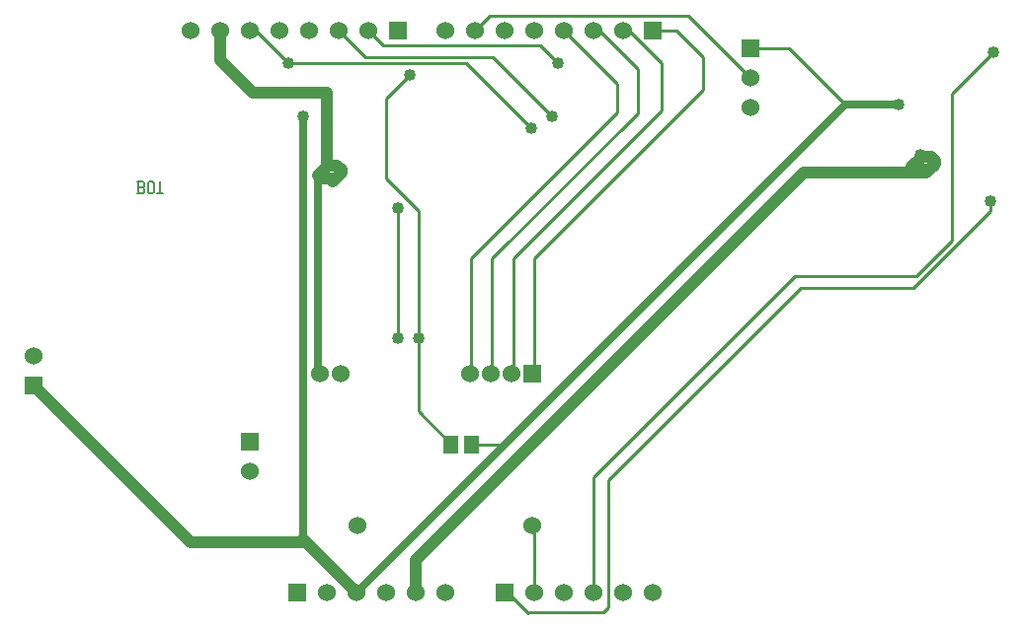
<source format=gbr>
G04 start of page 2 for group 0 idx 0 *
G04 Title: outline, solder *
G04 Creator: pcb 20110918 *
G04 CreationDate: Mon Nov 26 09:41:29 2012 UTC *
G04 For: ast *
G04 Format: Gerber/RS-274X *
G04 PCB-Dimensions: 420000 250000 *
G04 PCB-Coordinate-Origin: lower left *
%MOIN*%
%FSLAX25Y25*%
%LNBOTTOM*%
%ADD19C,0.0380*%
%ADD18C,0.0200*%
%ADD17R,0.0512X0.0512*%
%ADD16C,0.0001*%
%ADD15C,0.0600*%
%ADD14C,0.0080*%
%ADD13C,0.0250*%
%ADD12C,0.0400*%
%ADD11C,0.0100*%
G54D11*X307000Y128000D02*X345000D01*
X370967Y153967D02*X345000Y128000D01*
X358000Y144000D02*X346000Y132000D01*
X305000D01*
G54D12*X330000Y167000D02*X308000D01*
X330521D02*X349521D01*
G54D11*X242000Y63000D02*X307000Y128000D01*
X305000Y132000D02*X237000Y64000D01*
X215000Y18000D02*X208000Y25000D01*
X214500Y18500D02*X236581D01*
X237000Y64000D02*Y26000D01*
X217000Y47200D02*Y25000D01*
X242000Y63000D02*Y20000D01*
X240500Y18500D01*
X236500D01*
G54D13*X157000Y25000D02*X322000Y190000D01*
G54D12*X308000Y167000D02*X177000Y36000D01*
G54D11*X188914Y74607D02*X188807Y74500D01*
X202900Y100500D02*Y138000D01*
X210000Y100500D02*Y138000D01*
X217000Y100500D02*Y138000D01*
X178000Y154000D02*Y107000D01*
Y86307D02*Y107700D01*
X188914Y75393D02*X178000Y86307D01*
X196393Y75000D02*X207000D01*
X196000Y75393D02*X196393Y75000D01*
G54D12*X177000Y36000D02*Y25000D01*
G54D11*X178000Y154000D02*X167000Y165000D01*
X171000Y111000D02*Y155000D01*
X157000Y25000D02*X157500Y25500D01*
X195800Y100500D02*Y138000D01*
X370967Y157386D02*Y153967D01*
X372162Y207838D02*X358000Y193676D01*
Y144000D01*
G54D13*X322000Y190000D02*X340000D01*
G54D12*X345521Y168000D02*X350521D01*
X344521Y169000D02*X345521Y168000D01*
X348021Y172500D02*X344521Y169000D01*
X350521Y168000D02*X352021Y169500D01*
X351021Y172500D02*X348021D01*
X352521Y171000D02*X351021Y172500D01*
X352521Y170000D02*Y171000D01*
X349521Y167000D02*X352521Y170000D01*
G54D11*X203000Y206000D02*X160000D01*
X172000Y197000D02*X175500Y200500D01*
X223000Y186000D02*X203000Y206000D01*
X216000Y182000D02*X194000Y204000D01*
X245000Y187400D02*Y197000D01*
X252000Y187200D02*Y202000D01*
X260000Y188000D02*Y204000D01*
X274000Y195000D02*Y206000D01*
X195800Y138200D02*X245000Y187400D01*
X202900Y138100D02*X252000Y187200D01*
X210000Y138000D02*X260000Y188000D01*
X217000Y138000D02*X274000Y195000D01*
X167000Y165000D02*Y185000D01*
Y192000D02*Y184800D01*
X175000Y200000D02*X167000Y192000D01*
X303000Y209000D02*X290000D01*
X322000Y190000D02*X303000Y209000D01*
X290000Y199000D02*X269000Y220000D01*
X202000D01*
X227000Y215000D02*X245000Y197000D01*
X239000Y215000D02*X237000D01*
X265000D02*X257000D01*
X219000Y210000D02*X225000Y204000D01*
X252000Y202000D02*X239000Y215000D01*
X249000D02*X247000D01*
X260000Y204000D02*X249000Y215000D01*
X274000Y206000D02*X265000Y215000D01*
G54D13*X144600Y99000D02*X144000Y99600D01*
G54D12*X157000Y25000D02*X139000Y43000D01*
X101000Y42000D02*X139000D01*
X48000Y95000D02*X101000Y42000D01*
G54D13*X144000Y99600D02*Y166000D01*
X139000Y43000D02*Y186000D01*
G54D12*X150000Y165000D02*X151500Y166500D01*
X145000Y165000D02*X150000D01*
X144000Y166000D02*X145000Y165000D01*
X147500Y169500D02*X144000Y166000D01*
X150500Y169500D02*X147500D01*
X152000Y168000D02*X150500Y169500D01*
X152000Y167000D02*Y168000D01*
X149000Y164000D02*X152000Y167000D01*
G54D11*X202000Y220000D02*X197000Y215000D01*
X166000Y210000D02*X161000Y215000D01*
X160000Y206000D02*X151000Y215000D01*
X194000Y204000D02*X134000D01*
G54D12*X122000Y194000D02*X111000Y205000D01*
X147000Y194000D02*X122000D01*
X147000Y170000D02*Y194000D01*
X111000Y209000D02*Y215000D01*
Y205000D02*Y209200D01*
G54D11*X123000Y215000D02*X121000D01*
X134000Y204000D02*X123000Y215000D01*
X122000D02*X121000D01*
X166000Y210000D02*X219000D01*
G54D14*X83000Y164000D02*X85000D01*
X85500Y163500D01*
Y162500D02*Y163500D01*
X85000Y162000D02*X85500Y162500D01*
X83500Y162000D02*X85000D01*
X83500Y160000D02*Y164000D01*
X83000Y160000D02*X85000D01*
X85500Y160500D01*
Y161500D01*
X85000Y162000D02*X85500Y161500D01*
X86700Y160500D02*Y163500D01*
Y160500D02*X87200Y160000D01*
X88200D01*
X88700Y160500D01*
Y163500D01*
X88200Y164000D02*X88700Y163500D01*
X87200Y164000D02*X88200D01*
X86700Y163500D02*X87200Y164000D01*
X89900Y160000D02*X91900D01*
X90900D02*Y164000D01*
G54D15*X151600Y99000D03*
X144600D03*
G54D16*G36*
X45000Y98000D02*Y92000D01*
X51000D01*
Y98000D01*
X45000D01*
G37*
G54D15*X48000Y105000D03*
G54D16*G36*
X118000Y79000D02*Y73000D01*
X124000D01*
Y79000D01*
X118000D01*
G37*
G54D15*X121000Y66000D03*
G54D16*G36*
X287000Y212000D02*Y206000D01*
X293000D01*
Y212000D01*
X287000D01*
G37*
G54D15*X290000Y199000D03*
Y189000D03*
G54D16*G36*
X254000Y218000D02*Y212000D01*
X260000D01*
Y218000D01*
X254000D01*
G37*
G54D15*X247000Y215000D03*
X237000D03*
G54D16*G36*
X213500Y102000D02*Y96000D01*
X219500D01*
Y102000D01*
X213500D01*
G37*
G54D15*X209500Y99000D03*
X202400D03*
X195300D03*
X157500Y47700D03*
X216500D03*
G54D16*G36*
X204000Y28000D02*Y22000D01*
X210000D01*
Y28000D01*
X204000D01*
G37*
G54D15*X217000Y25000D03*
X227000D03*
X237000D03*
X247000D03*
X257000D03*
G54D16*G36*
X134000Y28000D02*Y22000D01*
X140000D01*
Y28000D01*
X134000D01*
G37*
G54D15*X147000Y25000D03*
X157000D03*
X167000D03*
X177000D03*
X187000D03*
X227000Y215000D03*
X217000D03*
X207000D03*
X197000D03*
X187000D03*
G54D16*G36*
X168000Y218000D02*Y212000D01*
X174000D01*
Y218000D01*
X168000D01*
G37*
G54D15*X161000Y215000D03*
X151000D03*
X141000D03*
X131000D03*
X121000D03*
X111000D03*
X101000D03*
G54D17*X196000Y75393D02*Y74607D01*
X188914Y75393D02*Y74607D01*
G54D12*X178000Y111000D03*
X175000Y200000D03*
X171000Y111000D03*
Y155000D03*
X216500Y47700D03*
X216000Y182000D03*
X223000Y186000D03*
X225000Y204000D03*
X139000Y186000D03*
X152000Y168000D03*
X144000Y166000D03*
X147000Y170000D03*
X134000Y204000D03*
X149000Y164000D03*
X131000Y215000D03*
X340000Y190000D03*
X352521Y171000D03*
X349521Y167000D03*
X344521Y169000D03*
X347521Y173000D03*
X370967Y157386D03*
X372162Y207838D03*
G54D18*G54D19*G54D12*G54D19*G54D12*M02*

</source>
